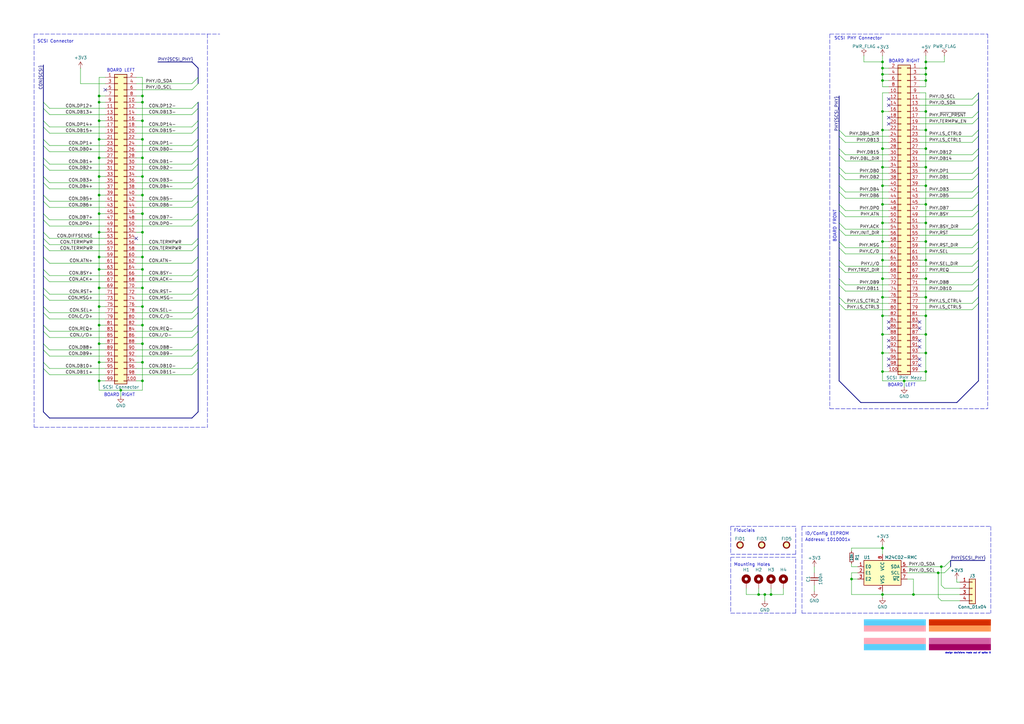
<source format=kicad_sch>
(kicad_sch (version 20250114) (generator "eeschema") (generator_version "9.0")
  (paper "A3")
  (title_block (title "Squishy - SE PHY - Root") (date "2024-06-14") (rev "1") (company "Shrine Maiden Heavy Industries") (comment 1 "License:  CERN-OHL-S") (comment 2 "© 2024 Aki 'lethalbit' Van Ness, et. al.") (comment 4 "Squishy - SCSI Multitool"))
  (bus_alias "SCSI" (members "DB0+" "DB0-" "DB1+" "DB1-" "DB2+" "DB2-" "DB3+" "DB3-" "DB4+" "DB4-" "DB5+" "DB5-" "DB6+" "DB6-" "DB7+" "DB7-" "DB8+" "DB8-" "DB9+" "DB9-" "DB10+" "DB10-" "DB11+" "DB11-" "DB12+" "DB12-" "DB13+" "DB13-" "DB14+" "DB14-" "DB15+" "DB15-" "DP0+" "DP0-" "DP1+" "DP1-" "ATN+" "ATN-" "BSY+" "BSY-" "ACK+" "ACK-" "RST+" "RST-" "MSG+" "MSG-" "SEL+" "SEL-" "C/D+" "C/D-" "REQ+" "REQ-" "I/O+" "I/O-" "DIFFSENSE" "TERMPWR"))
  (bus_alias "SCSI_PHY" (members "DB[0..15]" "DP[0..1]" "ATN" "BSY" "ACK" "RST" "MSG" "SEL" "C/D" "REQ" "I/O" "ID_SDA" "ID_SCL" "~{PHY_PRSNT}" "TERMPW_EN" "LS_CTRL[0..5]" "DBL_DIR" "DBH_DIR" "INIT_DIR" "TRGT_DIR" "SEL_DIR" "RST_DIR" "BSY_DIR"))
  (text "BOARD FRONT" (at 342.392 92.71 90) (effects (font (size 1.27 1.27))))
  (text "Address: 1010001x" (at 330.2 221.488 0) (effects (font (size 1.27 1.27)) (justify left)))
  (text "Mounting Holes\n" (at 300.99 232.41 0) (effects (font (size 1.27 1.27)) (justify left bottom)))
  (text "BOARD LEFT" (at 369.824 157.988 0) (effects (font (size 1.27 1.27))))
  (text "BOARD RIGHT" (at 49.022 162.052 0) (effects (font (size 1.27 1.27))))
  (text "Fiducials" (at 300.99 218.44 0) (effects (font (size 1.27 1.27)) (justify left bottom)))
  (text "SCSI PHY Connector" (at 342.138 16.51 0) (effects (font (size 1.27 1.27)) (justify left bottom)))
  (text "BOARD LEFT" (at 49.53 28.956 0) (effects (font (size 1.27 1.27))))
  (text "ID/Config EEPROM" (at 330.2 219.71 0) (effects (font (size 1.27 1.27)) (justify left bottom)))
  (text "SCSI Connector" (at 15.24 17.78 0) (effects (font (size 1.27 1.27)) (justify left bottom)))
  (text "design decisions made out of spite: 0" (at 387.604 268.224 0) (effects (font (size 0.635 0.635)) (justify left bottom)))
  (text "BOARD RIGHT" (at 370.84 25.146 0) (effects (font (size 1.27 1.27))))
  (junction (at 379.73 144.78))
  (junction (at 361.95 114.3))
  (junction (at 361.95 99.06))
  (junction (at 40.64 87.63))
  (junction (at 40.64 41.91))
  (junction (at 349.25 237.49))
  (junction (at 379.73 106.68))
  (junction (at 379.73 99.06))
  (junction (at 384.81 234.95))
  (junction (at 40.64 133.35))
  (junction (at 361.95 144.78))
  (junction (at 58.42 80.01))
  (junction (at 379.73 25.4))
  (junction (at 361.95 106.68))
  (junction (at 361.95 121.92))
  (junction (at 361.95 152.4))
  (junction (at 361.95 30.48))
  (junction (at 379.73 30.48))
  (junction (at 379.73 45.72))
  (junction (at 379.73 27.94))
  (junction (at 361.95 224.79))
  (junction (at 361.95 68.58))
  (junction (at 361.95 53.34))
  (junction (at 58.42 64.77))
  (junction (at 379.73 33.02))
  (junction (at 58.42 118.11))
  (junction (at 361.95 137.16))
  (junction (at 361.95 27.94))
  (junction (at 40.64 110.49))
  (junction (at 40.64 148.59))
  (junction (at 379.73 152.4))
  (junction (at 58.42 41.91))
  (junction (at 58.42 133.35))
  (junction (at 40.64 95.25))
  (junction (at 379.73 137.16))
  (junction (at 361.95 76.2))
  (junction (at 379.73 114.3))
  (junction (at 370.84 156.21))
  (junction (at 361.95 83.82))
  (junction (at 379.73 76.2))
  (junction (at 313.69 243.84))
  (junction (at 58.42 125.73))
  (junction (at 40.64 64.77))
  (junction (at 58.42 87.63))
  (junction (at 40.64 39.37))
  (junction (at 379.73 129.54))
  (junction (at 361.95 33.02))
  (junction (at 311.15 243.84))
  (junction (at 379.73 91.44))
  (junction (at 361.95 60.96))
  (junction (at 40.64 156.21))
  (junction (at 58.42 140.97))
  (junction (at 58.42 49.53))
  (junction (at 361.95 25.4))
  (junction (at 361.95 91.44))
  (junction (at 379.73 83.82))
  (junction (at 374.65 243.84))
  (junction (at 58.42 72.39))
  (junction (at 40.64 140.97))
  (junction (at 40.64 72.39))
  (junction (at 361.95 45.72))
  (junction (at 379.73 53.34))
  (junction (at 58.42 39.37))
  (junction (at 58.42 110.49))
  (junction (at 40.64 118.11))
  (junction (at 386.08 232.41))
  (junction (at 316.23 243.84))
  (junction (at 40.64 57.15))
  (junction (at 58.42 105.41))
  (junction (at 361.95 243.84))
  (junction (at 58.42 57.15))
  (junction (at 58.42 148.59))
  (junction (at 49.53 160.02))
  (junction (at 40.64 80.01))
  (junction (at 361.95 129.54))
  (junction (at 40.64 125.73))
  (junction (at 379.73 60.96))
  (junction (at 58.42 156.21))
  (junction (at 379.73 68.58))
  (junction (at 58.42 95.25))
  (junction (at 40.64 49.53))
  (junction (at 40.64 105.41))
  (junction (at 379.73 121.92))
  (no_connect (at 377.19 134.62))
  (no_connect (at 364.49 139.7))
  (no_connect (at 55.88 97.79))
  (no_connect (at 364.49 147.32))
  (no_connect (at 364.49 134.62))
  (no_connect (at 377.19 147.32))
  (no_connect (at 364.49 40.64))
  (no_connect (at 364.49 132.08))
  (no_connect (at 377.19 139.7))
  (no_connect (at 364.49 149.86))
  (no_connect (at 364.49 142.24))
  (no_connect (at 377.19 142.24))
  (no_connect (at 377.19 149.86))
  (no_connect (at 364.49 48.26))
  (no_connect (at 377.19 132.08))
  (no_connect (at 364.49 50.8))
  (no_connect (at 364.49 43.18))
  (no_connect (at 43.18 36.83))
  (bus_entry (at 401.32 76.2) (size -2.54 2.54))
  (bus_entry (at 401.32 45.72) (size -2.54 2.54))
  (bus_entry (at 17.78 44.45) (size 2.54 2.54))
  (bus_entry (at 81.28 82.55) (size -2.54 2.54))
  (bus_entry (at 401.32 53.34) (size -2.54 2.54))
  (bus_entry (at 401.32 60.96) (size -2.54 2.54))
  (bus_entry (at 17.78 135.89) (size 2.54 2.54))
  (bus_entry (at 81.28 80.01) (size -2.54 2.54))
  (bus_entry (at 17.78 74.93) (size 2.54 2.54))
  (bus_entry (at 81.28 100.33) (size -2.54 2.54))
  (bus_entry (at 81.28 64.77) (size -2.54 2.54))
  (bus_entry (at 81.28 135.89) (size -2.54 2.54))
  (bus_entry (at 17.78 95.25) (size 2.54 2.54))
  (bus_entry (at 401.32 116.84) (size -2.54 2.54))
  (bus_entry (at 389.89 232.41) (size -2.54 2.54))
  (bus_entry (at 344.17 71.12) (size 2.54 2.54))
  (bus_entry (at 81.28 97.79) (size -2.54 2.54))
  (bus_entry (at 344.17 86.36) (size 2.54 2.54))
  (bus_entry (at 81.28 128.27) (size -2.54 2.54))
  (bus_entry (at 81.28 118.11) (size -2.54 2.54))
  (bus_entry (at 344.17 93.98) (size 2.54 2.54))
  (bus_entry (at 17.78 125.73) (size 2.54 2.54))
  (bus_entry (at 81.28 110.49) (size -2.54 2.54))
  (bus_entry (at 401.32 40.64) (size -2.54 2.54))
  (bus_entry (at 344.17 101.6) (size 2.54 2.54))
  (bus_entry (at 81.28 143.51) (size -2.54 2.54))
  (bus_entry (at 344.17 124.46) (size 2.54 2.54))
  (bus_entry (at 344.17 63.5) (size 2.54 2.54))
  (bus_entry (at 17.78 140.97) (size 2.54 2.54))
  (bus_entry (at 17.78 49.53) (size 2.54 2.54))
  (bus_entry (at 344.17 109.22) (size 2.54 2.54))
  (bus_entry (at 81.28 125.73) (size -2.54 2.54))
  (bus_entry (at 401.32 91.44) (size -2.54 2.54))
  (bus_entry (at 17.78 118.11) (size 2.54 2.54))
  (bus_entry (at 17.78 64.77) (size 2.54 2.54))
  (bus_entry (at 81.28 52.07) (size -2.54 2.54))
  (bus_entry (at 81.28 74.93) (size -2.54 2.54))
  (bus_entry (at 401.32 106.68) (size -2.54 2.54))
  (bus_entry (at 401.32 99.06) (size -2.54 2.54))
  (bus_entry (at 81.28 90.17) (size -2.54 2.54))
  (bus_entry (at 401.32 124.46) (size -2.54 2.54))
  (bus_entry (at 17.78 87.63) (size 2.54 2.54))
  (bus_entry (at 81.28 87.63) (size -2.54 2.54))
  (bus_entry (at 17.78 82.55) (size 2.54 2.54))
  (bus_entry (at 401.32 78.74) (size -2.54 2.54))
  (bus_entry (at 401.32 38.1) (size -2.54 2.54))
  (bus_entry (at 17.78 148.59) (size 2.54 2.54))
  (bus_entry (at 17.78 57.15) (size 2.54 2.54))
  (bus_entry (at 17.78 59.69) (size 2.54 2.54))
  (bus_entry (at 344.17 55.88) (size 2.54 2.54))
  (bus_entry (at 81.28 44.45) (size -2.54 2.54))
  (bus_entry (at 344.17 116.84) (size 2.54 2.54))
  (bus_entry (at 344.17 91.44) (size 2.54 2.54))
  (bus_entry (at 389.89 229.87) (size -2.54 2.54))
  (bus_entry (at 17.78 90.17) (size 2.54 2.54))
  (bus_entry (at 401.32 83.82) (size -2.54 2.54))
  (bus_entry (at 401.32 109.22) (size -2.54 2.54))
  (bus_entry (at 81.28 59.69) (size -2.54 2.54))
  (bus_entry (at 344.17 78.74) (size 2.54 2.54))
  (bus_entry (at 17.78 113.03) (size 2.54 2.54))
  (bus_entry (at 17.78 105.41) (size 2.54 2.54))
  (bus_entry (at 81.28 113.03) (size -2.54 2.54))
  (bus_entry (at 17.78 52.07) (size 2.54 2.54))
  (bus_entry (at 17.78 110.49) (size 2.54 2.54))
  (bus_entry (at 17.78 72.39) (size 2.54 2.54))
  (bus_entry (at 81.28 120.65) (size -2.54 2.54))
  (bus_entry (at 81.28 34.29) (size -2.54 2.54))
  (bus_entry (at 81.28 57.15) (size -2.54 2.54))
  (bus_entry (at 17.78 80.01) (size 2.54 2.54))
  (bus_entry (at 344.17 121.92) (size 2.54 2.54))
  (bus_entry (at 17.78 41.91) (size 2.54 2.54))
  (bus_entry (at 81.28 41.91) (size -2.54 2.54))
  (bus_entry (at 344.17 114.3) (size 2.54 2.54))
  (bus_entry (at 17.78 151.13) (size 2.54 2.54))
  (bus_entry (at 344.17 60.96) (size 2.54 2.54))
  (bus_entry (at 401.32 63.5) (size -2.54 2.54))
  (bus_entry (at 401.32 86.36) (size -2.54 2.54))
  (bus_entry (at 81.28 31.75) (size -2.54 2.54))
  (bus_entry (at 81.28 151.13) (size -2.54 2.54))
  (bus_entry (at 81.28 72.39) (size -2.54 2.54))
  (bus_entry (at 81.28 148.59) (size -2.54 2.54))
  (bus_entry (at 17.78 97.79) (size 2.54 2.54))
  (bus_entry (at 401.32 101.6) (size -2.54 2.54))
  (bus_entry (at 17.78 100.33) (size 2.54 2.54))
  (bus_entry (at 81.28 49.53) (size -2.54 2.54))
  (bus_entry (at 401.32 93.98) (size -2.54 2.54))
  (bus_entry (at 344.17 76.2) (size 2.54 2.54))
  (bus_entry (at 401.32 121.92) (size -2.54 2.54))
  (bus_entry (at 344.17 99.06) (size 2.54 2.54))
  (bus_entry (at 17.78 120.65) (size 2.54 2.54))
  (bus_entry (at 17.78 67.31) (size 2.54 2.54))
  (bus_entry (at 17.78 128.27) (size 2.54 2.54))
  (bus_entry (at 17.78 133.35) (size 2.54 2.54))
  (bus_entry (at 401.32 114.3) (size -2.54 2.54))
  (bus_entry (at 81.28 105.41) (size -2.54 2.54))
  (bus_entry (at 344.17 106.68) (size 2.54 2.54))
  (bus_entry (at 344.17 83.82) (size 2.54 2.54))
  (bus_entry (at 81.28 67.31) (size -2.54 2.54))
  (bus_entry (at 81.28 140.97) (size -2.54 2.54))
  (bus_entry (at 401.32 48.26) (size -2.54 2.54))
  (bus_entry (at 17.78 143.51) (size 2.54 2.54))
  (bus_entry (at 344.17 68.58) (size 2.54 2.54))
  (bus_entry (at 401.32 68.58) (size -2.54 2.54))
  (bus_entry (at 401.32 71.12) (size -2.54 2.54))
  (bus_entry (at 344.17 53.34) (size 2.54 2.54))
  (bus_entry (at 81.28 133.35) (size -2.54 2.54))
  (bus_entry (at 401.32 55.88) (size -2.54 2.54))
  (wire (pts (xy 377.19 43.18) (xy 398.78 43.18)))
  (wire (pts (xy 361.95 156.21) (xy 370.84 156.21)))
  (wire (pts (xy 20.32 92.71) (xy 43.18 92.71)))
  (wire (pts (xy 20.32 67.31) (xy 43.18 67.31)))
  (wire (pts (xy 346.71 71.12) (xy 364.49 71.12)))
  (wire (pts (xy 361.95 99.06) (xy 364.49 99.06)))
  (wire (pts (xy 20.32 146.05) (xy 43.18 146.05)))
  (wire (pts (xy 55.88 156.21) (xy 58.42 156.21)))
  (bus (pts (xy 401.32 60.96) (xy 401.32 63.5)))
  (wire (pts (xy 20.32 97.79) (xy 43.18 97.79)))
  (wire (pts (xy 377.19 109.22) (xy 398.78 109.22)))
  (wire (pts (xy 55.88 31.75) (xy 58.42 31.75)))
  (wire (pts (xy 379.73 106.68) (xy 379.73 114.3)))
  (wire (pts (xy 78.74 115.57) (xy 55.88 115.57)))
  (wire (pts (xy 377.19 129.54) (xy 379.73 129.54)))
  (bus (pts (xy 344.17 101.6) (xy 344.17 106.68)))
  (wire (pts (xy 346.71 58.42) (xy 364.49 58.42)))
  (wire (pts (xy 78.74 102.87) (xy 55.88 102.87)))
  (wire (pts (xy 377.19 114.3) (xy 379.73 114.3)))
  (wire (pts (xy 55.88 57.15) (xy 58.42 57.15)))
  (bus (pts (xy 81.28 120.65) (xy 81.28 125.73)))
  (wire (pts (xy 377.19 81.28) (xy 398.78 81.28)))
  (wire (pts (xy 20.32 123.19) (xy 43.18 123.19)))
  (wire (pts (xy 58.42 87.63) (xy 58.42 95.25)))
  (bus (pts (xy 81.28 82.55) (xy 81.28 87.63)))
  (wire (pts (xy 78.74 74.93) (xy 55.88 74.93)))
  (polyline (pts (xy 299.72 228.6) (xy 299.72 251.46)) (stroke (width 0) (type dash)))
  (bus (pts (xy 17.78 95.25) (xy 17.78 97.79)))
  (wire (pts (xy 349.25 231.14) (xy 349.25 232.41)))
  (wire (pts (xy 379.73 99.06) (xy 379.73 106.68)))
  (bus (pts (xy 81.28 97.79) (xy 81.28 100.33)))
  (wire (pts (xy 361.95 68.58) (xy 364.49 68.58)))
  (bus (pts (xy 401.32 121.92) (xy 401.32 124.46)))
  (wire (pts (xy 361.95 152.4) (xy 364.49 152.4)))
  (wire (pts (xy 20.32 62.23) (xy 43.18 62.23)))
  (bus (pts (xy 401.32 109.22) (xy 401.32 114.3)))
  (wire (pts (xy 377.19 78.74) (xy 398.78 78.74)))
  (bus (pts (xy 344.17 91.44) (xy 344.17 93.98)))
  (bus (pts (xy 401.32 86.36) (xy 401.32 91.44)))
  (wire (pts (xy 374.65 237.49) (xy 374.65 243.84)))
  (wire (pts (xy 379.73 30.48) (xy 379.73 33.02)))
  (wire (pts (xy 377.19 76.2) (xy 379.73 76.2)))
  (wire (pts (xy 55.88 110.49) (xy 58.42 110.49)))
  (bus (pts (xy 401.32 68.58) (xy 401.32 71.12)))
  (bus (pts (xy 344.17 68.58) (xy 344.17 71.12)))
  (wire (pts (xy 49.53 160.02) (xy 49.53 162.56)))
  (wire (pts (xy 55.88 41.91) (xy 58.42 41.91)))
  (wire (pts (xy 78.74 113.03) (xy 55.88 113.03)))
  (wire (pts (xy 377.19 116.84) (xy 398.78 116.84)))
  (wire (pts (xy 78.74 153.67) (xy 55.88 153.67)))
  (wire (pts (xy 78.74 62.23) (xy 55.88 62.23)))
  (wire (pts (xy 386.08 246.38) (xy 384.81 245.11)))
  (bus (pts (xy 344.17 116.84) (xy 344.17 121.92)))
  (wire (pts (xy 346.71 96.52) (xy 364.49 96.52)))
  (wire (pts (xy 361.95 27.94) (xy 361.95 30.48)))
  (wire (pts (xy 43.18 57.15) (xy 40.64 57.15)))
  (wire (pts (xy 361.95 121.92) (xy 361.95 129.54)))
  (bus (pts (xy 81.28 100.33) (xy 81.28 105.41)))
  (bus (pts (xy 20.32 171.45) (xy 78.74 171.45)))
  (wire (pts (xy 377.19 101.6) (xy 398.78 101.6)))
  (wire (pts (xy 361.95 27.94) (xy 361.95 25.4)))
  (bus (pts (xy 17.78 133.35) (xy 17.78 135.89)))
  (wire (pts (xy 361.95 60.96) (xy 361.95 68.58)))
  (bus (pts (xy 81.28 118.11) (xy 81.28 120.65)))
  (wire (pts (xy 40.64 64.77) (xy 40.64 72.39)))
  (wire (pts (xy 379.73 114.3) (xy 379.73 121.92)))
  (wire (pts (xy 377.19 96.52) (xy 398.78 96.52)))
  (wire (pts (xy 20.32 69.85) (xy 43.18 69.85)))
  (wire (pts (xy 58.42 41.91) (xy 58.42 49.53)))
  (wire (pts (xy 364.49 33.02) (xy 361.95 33.02)))
  (wire (pts (xy 78.74 67.31) (xy 55.88 67.31)))
  (bus (pts (xy 17.78 120.65) (xy 17.78 125.73)))
  (wire (pts (xy 379.73 25.4) (xy 379.73 22.86)))
  (bus (pts (xy 81.28 128.27) (xy 81.28 133.35)))
  (wire (pts (xy 40.64 49.53) (xy 40.64 57.15)))
  (bus (pts (xy 81.28 64.77) (xy 81.28 67.31)))
  (bus (pts (xy 401.32 40.64) (xy 401.32 45.72)))
  (wire (pts (xy 40.64 160.02) (xy 49.53 160.02)))
  (wire (pts (xy 20.32 77.47) (xy 43.18 77.47)))
  (wire (pts (xy 40.64 72.39) (xy 40.64 80.01)))
  (bus (pts (xy 81.28 59.69) (xy 81.28 64.77)))
  (wire (pts (xy 379.73 144.78) (xy 379.73 152.4)))
  (wire (pts (xy 364.49 30.48) (xy 361.95 30.48)))
  (bus (pts (xy 81.28 49.53) (xy 81.28 52.07)))
  (wire (pts (xy 377.19 99.06) (xy 379.73 99.06)))
  (bus (pts (xy 344.17 83.82) (xy 344.17 86.36)))
  (wire (pts (xy 58.42 80.01) (xy 58.42 87.63)))
  (bus (pts (xy 401.32 93.98) (xy 401.32 99.06)))
  (wire (pts (xy 43.18 95.25) (xy 40.64 95.25)))
  (wire (pts (xy 377.19 124.46) (xy 398.78 124.46)))
  (bus (pts (xy 401.32 71.12) (xy 401.32 76.2)))
  (bus (pts (xy 17.78 105.41) (xy 17.78 110.49)))
  (bus (pts (xy 81.28 27.94) (xy 81.28 31.75)))
  (bus (pts (xy 344.17 106.68) (xy 344.17 109.22)))
  (wire (pts (xy 349.25 237.49) (xy 349.25 243.84)))
  (wire (pts (xy 78.74 77.47) (xy 55.88 77.47)))
  (wire (pts (xy 78.74 85.09) (xy 55.88 85.09)))
  (wire (pts (xy 40.64 41.91) (xy 40.64 49.53)))
  (bus (pts (xy 17.78 118.11) (xy 17.78 120.65)))
  (wire (pts (xy 377.19 91.44) (xy 379.73 91.44)))
  (wire (pts (xy 384.81 234.95) (xy 387.35 234.95)))
  (bus (pts (xy 401.32 63.5) (xy 401.32 68.58)))
  (wire (pts (xy 377.19 53.34) (xy 379.73 53.34)))
  (wire (pts (xy 78.74 90.17) (xy 55.88 90.17)))
  (bus (pts (xy 17.78 110.49) (xy 17.78 113.03)))
  (wire (pts (xy 313.69 243.84) (xy 316.23 243.84)))
  (wire (pts (xy 55.88 87.63) (xy 58.42 87.63)))
  (wire (pts (xy 55.88 125.73) (xy 58.42 125.73)))
  (polyline (pts (xy 340.36 13.97) (xy 340.36 167.64)) (stroke (width 0) (type dash)))
  (wire (pts (xy 361.95 38.1) (xy 361.95 45.72)))
  (wire (pts (xy 346.71 55.88) (xy 364.49 55.88)))
  (bus (pts (xy 81.28 31.75) (xy 81.28 34.29)))
  (wire (pts (xy 377.19 38.1) (xy 379.73 38.1)))
  (wire (pts (xy 316.23 241.3) (xy 316.23 243.84)))
  (wire (pts (xy 377.19 35.56) (xy 379.73 35.56)))
  (wire (pts (xy 349.25 232.41) (xy 351.79 232.41)))
  (bus (pts (xy 344.17 55.88) (xy 344.17 60.96)))
  (wire (pts (xy 55.88 72.39) (xy 58.42 72.39)))
  (wire (pts (xy 377.19 45.72) (xy 379.73 45.72)))
  (bus (pts (xy 389.89 229.87) (xy 403.86 229.87)))
  (wire (pts (xy 58.42 49.53) (xy 58.42 57.15)))
  (wire (pts (xy 364.49 27.94) (xy 361.95 27.94)))
  (wire (pts (xy 43.18 64.77) (xy 40.64 64.77)))
  (bus (pts (xy 17.78 135.89) (xy 17.78 140.97)))
  (bus (pts (xy 344.17 78.74) (xy 344.17 83.82)))
  (wire (pts (xy 78.74 120.65) (xy 55.88 120.65)))
  (wire (pts (xy 58.42 95.25) (xy 58.42 105.41)))
  (polyline (pts (xy 13.97 13.97) (xy 13.97 175.26)) (stroke (width 0) (type dash)))
  (wire (pts (xy 43.18 110.49) (xy 40.64 110.49)))
  (wire (pts (xy 78.74 128.27) (xy 55.88 128.27)))
  (bus (pts (xy 401.32 48.26) (xy 401.32 53.34)))
  (bus (pts (xy 81.28 80.01) (xy 81.28 82.55)))
  (wire (pts (xy 58.42 156.21) (xy 58.42 160.02)))
  (polyline (pts (xy 85.09 13.97) (xy 85.09 175.26)) (stroke (width 0) (type dash)))
  (bus (pts (xy 344.17 99.06) (xy 344.17 101.6)))
  (bus (pts (xy 17.78 49.53) (xy 17.78 52.07)))
  (wire (pts (xy 55.88 118.11) (xy 58.42 118.11)))
  (wire (pts (xy 78.74 46.99) (xy 55.88 46.99)))
  (wire (pts (xy 377.19 88.9) (xy 398.78 88.9)))
  (wire (pts (xy 40.64 110.49) (xy 40.64 118.11)))
  (wire (pts (xy 361.95 83.82) (xy 361.95 91.44)))
  (wire (pts (xy 20.32 128.27) (xy 43.18 128.27)))
  (wire (pts (xy 55.88 36.83) (xy 78.74 36.83)))
  (wire (pts (xy 361.95 25.4) (xy 361.95 22.86)))
  (wire (pts (xy 20.32 113.03) (xy 43.18 113.03)))
  (wire (pts (xy 55.88 105.41) (xy 58.42 105.41)))
  (wire (pts (xy 55.88 39.37) (xy 58.42 39.37)))
  (bus (pts (xy 344.17 114.3) (xy 344.17 116.84)))
  (bus (pts (xy 401.32 116.84) (xy 401.32 121.92)))
  (wire (pts (xy 398.78 50.8) (xy 377.19 50.8)))
  (wire (pts (xy 40.64 133.35) (xy 40.64 140.97)))
  (wire (pts (xy 55.88 80.01) (xy 58.42 80.01)))
  (wire (pts (xy 20.32 85.09) (xy 43.18 85.09)))
  (wire (pts (xy 58.42 140.97) (xy 58.42 148.59)))
  (wire (pts (xy 43.18 72.39) (xy 40.64 72.39)))
  (wire (pts (xy 377.19 48.26) (xy 398.78 48.26)))
  (wire (pts (xy 40.64 31.75) (xy 40.64 39.37)))
  (wire (pts (xy 346.71 104.14) (xy 364.49 104.14)))
  (bus (pts (xy 81.28 67.31) (xy 81.28 72.39)))
  (bus (pts (xy 401.32 55.88) (xy 401.32 60.96)))
  (polyline (pts (xy 326.39 251.46) (xy 326.39 228.6)) (stroke (width 0) (type dash)))
  (wire (pts (xy 361.95 33.02) (xy 361.95 35.56)))
  (bus (pts (xy 401.32 99.06) (xy 401.32 101.6)))
  (wire (pts (xy 33.02 34.29) (xy 43.18 34.29)))
  (wire (pts (xy 379.73 27.94) (xy 379.73 30.48)))
  (wire (pts (xy 361.95 114.3) (xy 361.95 121.92)))
  (wire (pts (xy 361.95 91.44) (xy 361.95 99.06)))
  (wire (pts (xy 43.18 125.73) (xy 40.64 125.73)))
  (polyline (pts (xy 326.39 227.33) (xy 326.39 215.9)) (stroke (width 0) (type dash)))
  (bus (pts (xy 344.17 121.92) (xy 344.17 124.46)))
  (wire (pts (xy 386.08 232.41) (xy 387.35 232.41)))
  (wire (pts (xy 364.49 38.1) (xy 361.95 38.1)))
  (wire (pts (xy 346.71 81.28) (xy 364.49 81.28)))
  (wire (pts (xy 361.95 91.44) (xy 364.49 91.44)))
  (bus (pts (xy 401.32 156.21) (xy 392.43 165.1)))
  (wire (pts (xy 361.95 106.68) (xy 364.49 106.68)))
  (wire (pts (xy 55.88 133.35) (xy 58.42 133.35)))
  (bus (pts (xy 17.78 140.97) (xy 17.78 143.51)))
  (bus (pts (xy 17.78 148.59) (xy 17.78 151.13)))
  (bus (pts (xy 81.28 135.89) (xy 81.28 140.97)))
  (wire (pts (xy 354.33 22.86) (xy 354.33 25.4)))
  (wire (pts (xy 20.32 120.65) (xy 43.18 120.65)))
  (wire (pts (xy 361.95 68.58) (xy 361.95 76.2)))
  (bus (pts (xy 401.32 114.3) (xy 401.32 116.84)))
  (wire (pts (xy 393.7 246.38) (xy 386.08 246.38)))
  (wire (pts (xy 346.71 93.98) (xy 364.49 93.98)))
  (wire (pts (xy 55.88 148.59) (xy 58.42 148.59)))
  (wire (pts (xy 334.01 240.03) (xy 334.01 242.57)))
  (polyline (pts (xy 328.93 251.46) (xy 406.4 251.46)) (stroke (width 0) (type dash)))
  (polyline (pts (xy 13.97 175.26) (xy 85.09 175.26)) (stroke (width 0) (type dash)))
  (wire (pts (xy 346.71 101.6) (xy 364.49 101.6)))
  (bus (pts (xy 17.78 168.91) (xy 20.32 171.45)))
  (wire (pts (xy 354.33 25.4) (xy 361.95 25.4)))
  (wire (pts (xy 377.19 55.88) (xy 398.78 55.88)))
  (polyline (pts (xy 299.72 251.46) (xy 326.39 251.46)) (stroke (width 0) (type dash)))
  (wire (pts (xy 386.08 232.41) (xy 386.08 240.03)))
  (wire (pts (xy 346.71 119.38) (xy 364.49 119.38)))
  (wire (pts (xy 377.19 137.16) (xy 379.73 137.16)))
  (wire (pts (xy 387.35 241.3) (xy 386.08 240.03)))
  (polyline (pts (xy 13.97 13.97) (xy 90.17 13.97)) (stroke (width 0) (type dash)))
  (wire (pts (xy 20.32 153.67) (xy 43.18 153.67)))
  (wire (pts (xy 361.95 53.34) (xy 361.95 60.96)))
  (wire (pts (xy 346.71 63.5) (xy 364.49 63.5)))
  (wire (pts (xy 361.95 76.2) (xy 364.49 76.2)))
  (bus (pts (xy 17.78 64.77) (xy 17.78 67.31)))
  (wire (pts (xy 364.49 124.46) (xy 346.71 124.46)))
  (polyline (pts (xy 328.93 215.9) (xy 406.4 215.9)) (stroke (width 0) (type dash)))
  (wire (pts (xy 43.18 80.01) (xy 40.64 80.01)))
  (wire (pts (xy 20.32 135.89) (xy 43.18 135.89)))
  (wire (pts (xy 349.25 243.84) (xy 361.95 243.84)))
  (wire (pts (xy 78.74 138.43) (xy 55.88 138.43)))
  (bus (pts (xy 17.78 100.33) (xy 17.78 105.41)))
  (bus (pts (xy 17.78 72.39) (xy 17.78 74.93)))
  (wire (pts (xy 387.35 22.86) (xy 387.35 25.4)))
  (wire (pts (xy 370.84 156.21) (xy 379.73 156.21)))
  (wire (pts (xy 20.32 100.33) (xy 43.18 100.33)))
  (polyline (pts (xy 326.39 215.9) (xy 299.72 215.9)) (stroke (width 0) (type dash)))
  (bus (pts (xy 81.28 72.39) (xy 81.28 74.93)))
  (bus (pts (xy 17.78 82.55) (xy 17.78 87.63)))
  (wire (pts (xy 364.49 127) (xy 346.71 127)))
  (bus (pts (xy 17.78 44.45) (xy 17.78 49.53)))
  (bus (pts (xy 17.78 90.17) (xy 17.78 95.25)))
  (wire (pts (xy 377.19 73.66) (xy 398.78 73.66)))
  (bus (pts (xy 17.78 52.07) (xy 17.78 57.15)))
  (bus (pts (xy 389.89 232.41) (xy 389.89 229.87)))
  (wire (pts (xy 364.49 137.16) (xy 361.95 137.16)))
  (bus (pts (xy 81.28 87.63) (xy 81.28 90.17)))
  (wire (pts (xy 55.88 34.29) (xy 78.74 34.29)))
  (bus (pts (xy 17.78 97.79) (xy 17.78 100.33)))
  (wire (pts (xy 40.64 80.01) (xy 40.64 87.63)))
  (bus (pts (xy 81.28 41.91) (xy 81.28 44.45)))
  (bus (pts (xy 17.78 87.63) (xy 17.78 90.17)))
  (wire (pts (xy 392.43 237.49) (xy 392.43 238.76)))
  (bus (pts (xy 78.74 171.45) (xy 81.28 168.91)))
  (bus (pts (xy 81.28 57.15) (xy 81.28 59.69)))
  (bus (pts (xy 344.17 109.22) (xy 344.17 114.3)))
  (wire (pts (xy 377.19 104.14) (xy 398.78 104.14)))
  (bus (pts (xy 17.78 113.03) (xy 17.78 118.11)))
  (wire (pts (xy 393.7 241.3) (xy 387.35 241.3)))
  (wire (pts (xy 78.74 92.71) (xy 55.88 92.71)))
  (wire (pts (xy 377.19 30.48) (xy 379.73 30.48)))
  (wire (pts (xy 58.42 57.15) (xy 58.42 64.77)))
  (bus (pts (xy 344.17 86.36) (xy 344.17 91.44)))
  (wire (pts (xy 374.65 243.84) (xy 393.7 243.84)))
  (wire (pts (xy 346.71 116.84) (xy 364.49 116.84)))
  (wire (pts (xy 55.88 140.97) (xy 58.42 140.97)))
  (bus (pts (xy 401.32 53.34) (xy 401.32 55.88)))
  (bus (pts (xy 78.74 25.4) (xy 81.28 27.94)))
  (wire (pts (xy 58.42 31.75) (xy 58.42 39.37)))
  (bus (pts (xy 81.28 90.17) (xy 81.28 97.79)))
  (bus (pts (xy 344.17 60.96) (xy 344.17 63.5)))
  (bus (pts (xy 353.06 165.1) (xy 392.43 165.1)))
  (wire (pts (xy 20.32 138.43) (xy 43.18 138.43)))
  (wire (pts (xy 377.19 68.58) (xy 379.73 68.58)))
  (wire (pts (xy 20.32 82.55) (xy 43.18 82.55)))
  (wire (pts (xy 384.81 234.95) (xy 384.81 245.11)))
  (wire (pts (xy 58.42 118.11) (xy 58.42 125.73)))
  (wire (pts (xy 40.64 118.11) (xy 40.64 125.73)))
  (wire (pts (xy 377.19 121.92) (xy 379.73 121.92)))
  (wire (pts (xy 40.64 156.21) (xy 40.64 160.02)))
  (wire (pts (xy 361.95 242.57) (xy 361.95 243.84)))
  (wire (pts (xy 20.32 115.57) (xy 43.18 115.57)))
  (wire (pts (xy 55.88 95.25) (xy 58.42 95.25)))
  (polyline (pts (xy 299.72 227.33) (xy 326.39 227.33)) (stroke (width 0) (type dash)))
  (bus (pts (xy 17.78 41.91) (xy 17.78 44.45)))
  (wire (pts (xy 361.95 76.2) (xy 361.95 83.82)))
  (wire (pts (xy 364.49 144.78) (xy 361.95 144.78)))
  (wire (pts (xy 311.15 241.3) (xy 311.15 243.84)))
  (wire (pts (xy 78.74 59.69) (xy 55.88 59.69)))
  (wire (pts (xy 78.74 146.05) (xy 55.88 146.05)))
  (wire (pts (xy 306.07 241.3) (xy 306.07 243.84)))
  (wire (pts (xy 78.74 130.81) (xy 55.88 130.81)))
  (wire (pts (xy 78.74 151.13) (xy 55.88 151.13)))
  (bus (pts (xy 81.28 125.73) (xy 81.28 128.27)))
  (wire (pts (xy 311.15 243.84) (xy 313.69 243.84)))
  (wire (pts (xy 40.64 148.59) (xy 40.64 156.21)))
  (wire (pts (xy 321.31 241.3) (xy 321.31 243.84)))
  (wire (pts (xy 361.95 137.16) (xy 361.95 144.78)))
  (wire (pts (xy 346.71 66.04) (xy 364.49 66.04)))
  (wire (pts (xy 58.42 148.59) (xy 58.42 156.21)))
  (wire (pts (xy 361.95 83.82) (xy 364.49 83.82)))
  (bus (pts (xy 344.17 63.5) (xy 344.17 68.58)))
  (wire (pts (xy 379.73 129.54) (xy 379.73 137.16)))
  (wire (pts (xy 349.25 224.79) (xy 349.25 226.06)))
  (wire (pts (xy 43.18 87.63) (xy 40.64 87.63)))
  (wire (pts (xy 379.73 137.16) (xy 379.73 144.78)))
  (wire (pts (xy 377.19 40.64) (xy 398.78 40.64)))
  (wire (pts (xy 361.95 223.52) (xy 361.95 224.79)))
  (wire (pts (xy 40.64 140.97) (xy 40.64 148.59)))
  (wire (pts (xy 361.95 60.96) (xy 364.49 60.96)))
  (wire (pts (xy 78.74 69.85) (xy 55.88 69.85)))
  (wire (pts (xy 377.19 111.76) (xy 398.78 111.76)))
  (wire (pts (xy 20.32 54.61) (xy 43.18 54.61)))
  (wire (pts (xy 364.49 129.54) (xy 361.95 129.54)))
  (wire (pts (xy 346.71 73.66) (xy 364.49 73.66)))
  (bus (pts (xy 81.28 110.49) (xy 81.28 113.03)))
  (bus (pts (xy 344.17 71.12) (xy 344.17 76.2)))
  (bus (pts (xy 344.17 156.21) (xy 353.06 165.1)))
  (wire (pts (xy 377.19 63.5) (xy 398.78 63.5)))
  (wire (pts (xy 58.42 39.37) (xy 58.42 41.91)))
  (wire (pts (xy 372.11 234.95) (xy 384.81 234.95)))
  (wire (pts (xy 78.74 123.19) (xy 55.88 123.19)))
  (bus (pts (xy 401.32 45.72) (xy 401.32 48.26)))
  (wire (pts (xy 349.25 234.95) (xy 349.25 237.49)))
  (bus (pts (xy 81.28 151.13) (xy 81.28 168.91)))
  (wire (pts (xy 370.84 156.21) (xy 370.84 158.75)))
  (wire (pts (xy 346.71 78.74) (xy 364.49 78.74)))
  (wire (pts (xy 20.32 90.17) (xy 43.18 90.17)))
  (wire (pts (xy 20.32 74.93) (xy 43.18 74.93)))
  (bus (pts (xy 344.17 39.37) (xy 344.17 53.34)))
  (wire (pts (xy 379.73 121.92) (xy 379.73 129.54)))
  (wire (pts (xy 43.18 31.75) (xy 40.64 31.75)))
  (wire (pts (xy 379.73 53.34) (xy 379.73 60.96)))
  (wire (pts (xy 377.19 106.68) (xy 379.73 106.68)))
  (wire (pts (xy 377.19 33.02) (xy 379.73 33.02)))
  (wire (pts (xy 58.42 72.39) (xy 58.42 80.01)))
  (wire (pts (xy 40.64 105.41) (xy 43.18 105.41)))
  (wire (pts (xy 78.74 143.51) (xy 55.88 143.51)))
  (wire (pts (xy 313.69 243.84) (xy 313.69 246.38)))
  (wire (pts (xy 40.64 125.73) (xy 40.64 133.35)))
  (wire (pts (xy 40.64 156.21) (xy 43.18 156.21)))
  (bus (pts (xy 17.78 125.73) (xy 17.78 128.27)))
  (wire (pts (xy 306.07 243.84) (xy 311.15 243.84)))
  (bus (pts (xy 81.28 44.45) (xy 81.28 49.53)))
  (wire (pts (xy 349.25 234.95) (xy 351.79 234.95)))
  (wire (pts (xy 346.71 88.9) (xy 364.49 88.9)))
  (bus (pts (xy 17.78 57.15) (xy 17.78 59.69)))
  (bus (pts (xy 344.17 53.34) (xy 344.17 55.88)))
  (polyline (pts (xy 340.36 13.97) (xy 405.13 13.97)) (stroke (width 0) (type dash)))
  (wire (pts (xy 346.71 109.22) (xy 364.49 109.22)))
  (wire (pts (xy 43.18 118.11) (xy 40.64 118.11)))
  (bus (pts (xy 344.17 76.2) (xy 344.17 78.74)))
  (wire (pts (xy 346.71 86.36) (xy 364.49 86.36)))
  (wire (pts (xy 379.73 27.94) (xy 379.73 25.4)))
  (bus (pts (xy 81.28 133.35) (xy 81.28 135.89)))
  (wire (pts (xy 78.74 44.45) (xy 55.88 44.45)))
  (wire (pts (xy 20.32 102.87) (xy 43.18 102.87)))
  (wire (pts (xy 377.19 93.98) (xy 398.78 93.98)))
  (wire (pts (xy 349.25 237.49) (xy 351.79 237.49)))
  (wire (pts (xy 78.74 100.33) (xy 55.88 100.33)))
  (wire (pts (xy 364.49 45.72) (xy 361.95 45.72)))
  (bus (pts (xy 17.78 26.67) (xy 17.78 41.91)))
  (wire (pts (xy 377.19 66.04) (xy 398.78 66.04)))
  (wire (pts (xy 379.73 68.58) (xy 379.73 76.2)))
  (bus (pts (xy 344.17 124.46) (xy 344.17 156.21)))
  (bus (pts (xy 401.32 91.44) (xy 401.32 93.98)))
  (wire (pts (xy 364.49 53.34) (xy 361.95 53.34)))
  (wire (pts (xy 379.73 60.96) (xy 379.73 68.58)))
  (wire (pts (xy 20.32 46.99) (xy 43.18 46.99)))
  (wire (pts (xy 43.18 41.91) (xy 40.64 41.91)))
  (bus (pts (xy 401.32 106.68) (xy 401.32 109.22)))
  (wire (pts (xy 379.73 83.82) (xy 379.73 91.44)))
  (bus (pts (xy 17.78 67.31) (xy 17.78 72.39)))
  (wire (pts (xy 377.19 27.94) (xy 379.73 27.94)))
  (wire (pts (xy 20.32 143.51) (xy 43.18 143.51)))
  (wire (pts (xy 361.95 243.84) (xy 374.65 243.84)))
  (wire (pts (xy 58.42 133.35) (xy 58.42 140.97)))
  (wire (pts (xy 361.95 243.84) (xy 361.95 245.11)))
  (wire (pts (xy 40.64 148.59) (xy 43.18 148.59)))
  (wire (pts (xy 377.19 86.36) (xy 398.78 86.36)))
  (bus (pts (xy 17.78 74.93) (xy 17.78 80.01)))
  (wire (pts (xy 379.73 76.2) (xy 379.73 83.82)))
  (bus (pts (xy 81.28 148.59) (xy 81.28 151.13)))
  (wire (pts (xy 377.19 60.96) (xy 379.73 60.96)))
  (bus (pts (xy 17.78 151.13) (xy 17.78 168.91)))
  (wire (pts (xy 349.25 224.79) (xy 361.95 224.79)))
  (bus (pts (xy 81.28 52.07) (xy 81.28 57.15)))
  (wire (pts (xy 40.64 105.41) (xy 40.64 110.49)))
  (polyline (pts (xy 328.93 215.9) (xy 328.93 251.46)) (stroke (width 0) (type dash)))
  (bus (pts (xy 401.32 124.46) (xy 401.32 156.21)))
  (wire (pts (xy 377.19 127) (xy 398.78 127)))
  (wire (pts (xy 377.19 71.12) (xy 398.78 71.12)))
  (wire (pts (xy 20.32 44.45) (xy 43.18 44.45)))
  (wire (pts (xy 40.64 39.37) (xy 40.64 41.91)))
  (wire (pts (xy 58.42 110.49) (xy 58.42 118.11)))
  (wire (pts (xy 377.19 58.42) (xy 398.78 58.42)))
  (wire (pts (xy 346.71 111.76) (xy 364.49 111.76)))
  (bus (pts (xy 17.78 80.01) (xy 17.78 82.55)))
  (wire (pts (xy 361.95 45.72) (xy 361.95 53.34)))
  (wire (pts (xy 361.95 152.4) (xy 361.95 156.21)))
  (polyline (pts (xy 406.4 215.9) (xy 406.4 251.46)) (stroke (width 0) (type dash)))
  (wire (pts (xy 364.49 121.92) (xy 361.95 121.92)))
  (wire (pts (xy 58.42 64.77) (xy 58.42 72.39)))
  (bus (pts (xy 401.32 76.2) (xy 401.32 78.74)))
  (wire (pts (xy 55.88 49.53) (xy 58.42 49.53)))
  (wire (pts (xy 40.64 95.25) (xy 40.64 105.41)))
  (wire (pts (xy 372.11 232.41) (xy 386.08 232.41)))
  (wire (pts (xy 43.18 49.53) (xy 40.64 49.53)))
  (wire (pts (xy 379.73 25.4) (xy 387.35 25.4)))
  (wire (pts (xy 361.95 144.78) (xy 361.95 152.4)))
  (wire (pts (xy 40.64 39.37) (xy 43.18 39.37)))
  (bus (pts (xy 401.32 101.6) (xy 401.32 106.68)))
  (wire (pts (xy 78.74 107.95) (xy 55.88 107.95)))
  (wire (pts (xy 316.23 243.84) (xy 321.31 243.84)))
  (polyline (pts (xy 405.13 13.97) (xy 405.13 167.64)) (stroke (width 0) (type dash)))
  (wire (pts (xy 78.74 54.61) (xy 55.88 54.61)))
  (wire (pts (xy 379.73 152.4) (xy 379.73 156.21)))
  (wire (pts (xy 361.95 99.06) (xy 361.95 106.68)))
  (bus (pts (xy 344.17 93.98) (xy 344.17 99.06)))
  (wire (pts (xy 361.95 114.3) (xy 364.49 114.3)))
  (bus (pts (xy 81.28 74.93) (xy 81.28 80.01)))
  (wire (pts (xy 20.32 59.69) (xy 43.18 59.69)))
  (bus (pts (xy 81.28 140.97) (xy 81.28 143.51)))
  (bus (pts (xy 81.28 143.51) (xy 81.28 148.59)))
  (wire (pts (xy 43.18 133.35) (xy 40.64 133.35)))
  (wire (pts (xy 20.32 107.95) (xy 43.18 107.95)))
  (wire (pts (xy 20.32 52.07) (xy 43.18 52.07)))
  (wire (pts (xy 379.73 33.02) (xy 379.73 35.56)))
  (wire (pts (xy 20.32 151.13) (xy 43.18 151.13)))
  (bus (pts (xy 401.32 83.82) (xy 401.32 86.36)))
  (bus (pts (xy 64.77 25.4) (xy 78.74 25.4)))
  (wire (pts (xy 40.64 87.63) (xy 40.64 95.25)))
  (wire (pts (xy 379.73 38.1) (xy 379.73 45.72)))
  (wire (pts (xy 372.11 237.49) (xy 374.65 237.49)))
  (wire (pts (xy 78.74 82.55) (xy 55.88 82.55)))
  (wire (pts (xy 361.95 106.68) (xy 361.95 114.3)))
  (wire (pts (xy 20.32 130.81) (xy 43.18 130.81)))
  (wire (pts (xy 43.18 140.97) (xy 40.64 140.97)))
  (polyline (pts (xy 299.72 215.9) (xy 299.72 227.33)) (stroke (width 0) (type dash)))
  (wire (pts (xy 364.49 35.56) (xy 361.95 35.56)))
  (polyline (pts (xy 340.36 167.64) (xy 405.13 167.64)) (stroke (width 0) (type dash)))
  (wire (pts (xy 379.73 91.44) (xy 379.73 99.06)))
  (bus (pts (xy 17.78 143.51) (xy 17.78 148.59)))
  (wire (pts (xy 377.19 144.78) (xy 379.73 144.78)))
  (wire (pts (xy 33.02 27.94) (xy 33.02 34.29)))
  (wire (pts (xy 40.64 57.15) (xy 40.64 64.77)))
  (wire (pts (xy 334.01 234.95) (xy 334.01 232.41)))
  (wire (pts (xy 78.74 135.89) (xy 55.88 135.89)))
  (wire (pts (xy 361.95 129.54) (xy 361.95 137.16)))
  (wire (pts (xy 377.19 119.38) (xy 398.78 119.38)))
  (bus (pts (xy 401.32 38.1) (xy 401.32 40.64)))
  (bus (pts (xy 81.28 113.03) (xy 81.28 118.11)))
  (wire (pts (xy 361.95 30.48) (xy 361.95 33.02)))
  (wire (pts (xy 58.42 125.73) (xy 58.42 133.35)))
  (wire (pts (xy 49.53 160.02) (xy 58.42 160.02)))
  (bus (pts (xy 17.78 128.27) (xy 17.78 133.35)))
  (wire (pts (xy 377.19 83.82) (xy 379.73 83.82)))
  (wire (pts (xy 379.73 45.72) (xy 379.73 53.34)))
  (wire (pts (xy 377.19 152.4) (xy 379.73 152.4)))
  (wire (pts (xy 55.88 64.77) (xy 58.42 64.77)))
  (wire (pts (xy 392.43 238.76) (xy 393.7 238.76)))
  (wire (pts (xy 361.95 224.79) (xy 361.95 227.33)))
  (wire (pts (xy 78.74 52.07) (xy 55.88 52.07)))
  (polyline (pts (xy 326.39 228.6) (xy 299.72 228.6)) (stroke (width 0) (type dash)))
  (bus (pts (xy 401.32 78.74) (xy 401.32 83.82)))
  (bus (pts (xy 81.28 105.41) (xy 81.28 110.49)))
  (wire (pts (xy 58.42 105.41) (xy 58.42 110.49)))
  (bus (pts (xy 17.78 59.69) (xy 17.78 64.77)))
  (label "CON.DP1-" (at 60.96 59.69 0))
  (label "CON.DB9-" (at 60.96 146.05 0))
  (label "CON.DB13-" (at 60.96 46.99 0))
  (label "CON.DB0+" (at 38.1 62.23 180))
  (label "PHY.MSG" (at 360.68 101.6 180))
  (label "CON.DB11-" (at 60.96 153.67 0))
  (label "PHY.BSY_DIR" (at 381 93.98 0))
  (label "CON.DIFFSENSE" (at 38.1 97.79 180))
  (label "CON.DB15+" (at 38.1 54.61 180))
  (label "CON.DB11+" (at 38.1 153.67 180))
  (label "CON.SEL-" (at 60.96 128.27 0))
  (label "PHY.INIT_DIR" (at 360.68 96.52 180))
  (label "PHY.DB4" (at 360.68 78.74 180))
  (label "CON.DB10-" (at 60.96 151.13 0))
  (label "CON.I{slash}O-" (at 60.96 138.43 0))
  (label "CON.DB3-" (at 60.96 74.93 0))
  (label "CON.REQ+" (at 38.1 135.89 180))
  (label "CON.ATN+" (at 38.1 107.95 180))
  (label "PHY{SCSI_PHY}" (at 64.77 25.4 0))
  (label "CON.BSY-" (at 60.96 113.03 0))
  (label "PHY.I{slash}O" (at 360.68 109.22 180))
  (label "CON.BSY+" (at 38.1 113.03 180))
  (label "PHY.RST_DIR" (at 381 101.6 0))
  (label "CON.ACK-" (at 60.96 115.57 0))
  (label "PHY.DB11" (at 360.68 119.38 180))
  (label "PHY.DP0" (at 360.68 86.36 180))
  (label "CON.DP14-" (at 60.96 52.07 0))
  (label "CON.DB4-" (at 60.96 77.47 0))
  (label "CON.REQ-" (at 60.96 135.89 0))
  (label "CON.DB10+" (at 38.1 151.13 180))
  (label "CON.ATN-" (at 60.96 107.95 0))
  (label "PHY{SCSI_PHY}" (at 389.89 229.87 0))
  (label "CON.DB2-" (at 60.96 69.85 0))
  (label "CON.DP0-" (at 60.96 92.71 0))
  (label "CON.MSG-" (at 60.96 123.19 0))
  (label "CON.DP12+" (at 38.1 44.45 180))
  (label "PHY.DB8" (at 381 116.84 0))
  (label "CON.DB5+" (at 38.1 82.55 180))
  (label "PHY.DB1" (at 381 73.66 0))
  (label "CON.DB15-" (at 60.96 54.61 0))
  (label "CON.DB8-" (at 60.96 143.51 0))
  (label "PHY.ID_SDA" (at 59.69 34.29 0))
  (label "CON.DB13+" (at 38.1 46.99 180))
  (label "CON.RST-" (at 60.96 120.65 0))
  (label "PHY.DBH_DIR" (at 360.68 55.88 180))
  (label "PHY.LS_CTRL2" (at 360.68 124.46 180))
  (label "PHY{SCSI_PHY}" (at 344.17 39.37 270))
  (label "PHY.SEL_DIR" (at 381 109.22 0))
  (label "CON.DB3+" (at 38.1 74.93 180))
  (label "PHY.DB7" (at 381 86.36 0))
  (label "CON.DB4+" (at 38.1 77.47 180))
  (label "CON.MSG+" (at 38.1 123.19 180))
  (label "CON.DP12-" (at 60.96 44.45 0))
  (label "CON.DP1+" (at 38.1 59.69 180))
  (label "PHY.DB15" (at 360.68 63.5 180))
  (label "CON.ACK+" (at 38.1 115.57 180))
  (label "CON.DB8+" (at 38.1 143.51 180))
  (label "PHY.BSY" (at 381 88.9 0))
  (label "PHY.DP1" (at 381 71.12 0))
  (label "PHY.C{slash}D" (at 360.68 104.14 180))
  (label "PHY.LS_CTRL5" (at 381 127 0))
  (label "PHY.DB14" (at 381 66.04 0))
  (label "CON.C{slash}D+" (at 38.1 130.81 180))
  (label "PHY.DB13" (at 360.68 58.42 180))
  (label "PHY.LS_CTRL0" (at 381 55.88 0))
  (label "PHY.TRGT_DIR" (at 360.68 111.76 180))
  (label "PHY.RST" (at 381 96.52 0))
  (label "CON.TERMPWR" (at 38.1 100.33 180))
  (label "CON.C{slash}D-" (at 60.96 130.81 0))
  (label "CON.DB6-" (at 60.96 85.09 0))
  (label "PHY.DB2" (at 360.68 73.66 180))
  (label "PHY.ID_SCL" (at 59.69 36.83 0))
  (label "PHY.~{PHY_PRSNT}" (at 381 48.26 0))
  (label "CON.DB5-" (at 60.96 82.55 0))
  (label "CON.DP0+" (at 38.1 92.71 180))
  (label "CON{SCSI}" (at 17.78 26.67 270))
  (label "CON.DB0-" (at 60.96 62.23 0))
  (label "CON.TERMPWR" (at 60.96 102.87 0))
  (label "PHY.REQ" (at 381 111.76 0))
  (label "CON.DP14+" (at 38.1 52.07 180))
  (label "CON.I{slash}O+" (at 38.1 138.43 180))
  (label "CON.DB7+" (at 38.1 90.17 180))
  (label "PHY.DB12" (at 381 63.5 0))
  (label "CON.DB2+" (at 38.1 69.85 180))
  (label "PHY.DB9" (at 360.68 116.84 180))
  (label "PHY.ID_SCL" (at 381 40.64 0))
  (label "PHY.LS_CTRL1" (at 381 58.42 0))
  (label "PHY.ATN" (at 360.68 88.9 180))
  (label "PHY.DBL_DIR" (at 360.68 66.04 180))
  (label "CON.DB1-" (at 60.96 67.31 0))
  (label "PHY.TERMPW_EN" (at 381 50.8 0))
  (label "CON.TERMPWR" (at 38.1 102.87 180))
  (label "PHY.DB6" (at 360.68 81.28 180))
  (label "CON.RST+" (at 38.1 120.65 180))
  (label "PHY.SEL" (at 381 104.14 0))
  (label "CON.DB1+" (at 38.1 67.31 180))
  (label "PHY.ACK" (at 360.68 93.98 180))
  (label "PHY.LS_CTRL4" (at 381 124.46 0))
  (label "PHY.DB10" (at 381 119.38 0))
  (label "CON.DB7-" (at 60.96 90.17 0))
  (label "PHY.DB3" (at 381 78.74 0))
  (label "PHY.ID_SCL" (at 383.54 234.95 180))
  (label "CON.DB9+" (at 38.1 146.05 180))
  (label "PHY.ID_SDA" (at 381 43.18 0))
  (label "PHY.DB0" (at 360.68 71.12 180))
  (label "PHY.LS_CTRL3" (at 360.68 127 180))
  (label "CON.DB6+" (at 38.1 85.09 180))
  (label "PHY.ID_SDA" (at 383.54 232.41 180))
  (label "CON.TERMPWR" (at 60.96 100.33 0))
  (label "PHY.DB5" (at 381 81.28 0))
  (label "CON.SEL+" (at 38.1 128.27 180))
  (symbol (lib_id "power:GND") (at 49.53 162.56 0) (mirror y) (unit 1)
    (property "Reference" "#PWR02" (effects (hide yes)))
    (property "Value" "GND" (at 49.53 166.37 0))
    (property "Description" "Power symbol creates a global label with name \"GND\" , ground" (effects (hide yes)))
  )
  (symbol (lib_id "Device:C_Small") (at 334.01 237.49 180) (unit 1)
    (property "Reference" "C1" (at 331.47 237.49 90))
    (property "Value" "100n" (at 336.55 237.49 90))
    (property "Footprint" "rhais_rcl:C0603" (effects (hide yes)))
    (property "Datasheet" "https://content.kemet.com/datasheets/KEM_C1006_X5R_SMD.pdf" (effects (hide yes)))
    (property "MFR" "KEMET" (effects (hide yes)))
    (property "MPN" "C0603C104M5RACTU" (effects (hide yes)))
    (property "Tolerance" "±20% 50V" (effects (hide yes)))
    (property "SUPPLIER" "DigiKey" (effects (hide yes)))
    (property "SUPPLIER_OC" "399-C0603C104M5RAC7867DKR-ND" (effects (hide yes)))
    (property "SUPPLIER_URL" "https://www.digikey.com/short/8nqzrr4b" (effects (hide yes)))
  )
  (symbol (lib_id "power:PWR_FLAG") (at 387.35 22.86 0) (unit 1)
    (property "Reference" "#FLG02" (effects (hide yes)))
    (property "Value" "PWR_FLAG" (at 387.35 19.05 0))
    (property "Description" "Special symbol for telling ERC where power comes from" (effects (hide yes)))
  )
  (symbol (lib_id "lethalbit-graphics:lesbian flag") (at 393.7 260.35 0) (unit 1) (in_bom no) (on_board no)
    (property "Reference" "G2" (effects (hide yes)))
    (property "Value" "Pride Flag" (effects (hide yes)))
    (property "MFR" "Lesbian" (effects (hide yes)))
  )
  (symbol (lib_id "lethalbit-connectors:Conn_02x50_Odd_Even") (at 370.84 88.9 0) (mirror y) (unit 1)
    (property "Reference" "J1" (effects (hide yes)))
    (property "Value" "SCSI PHY Mezz" (at 370.84 154.94 0))
    (property "Footprint" "lethalbit-connectors:1014457-10x80xLF" (effects (hide yes)))
    (property "Datasheet" "https://mm.digikey.com/Volume0/opasdata/d220001/medias/docus/6243/609_10144517.pdf" (effects (hide yes)))
    (property "MFR" "Amphenol ICC (FCI)" (effects (hide yes)))
    (property "MPN" "10144517-102802LF" (effects (hide yes)))
    (property "SUPPLIER" "DigiKey" (effects (hide yes)))
    (property "SUPPLIER_OC" "609-5442-1-ND" (effects (hide yes)))
    (property "SUPPLIER_URL" "https://www.digikey.com/short/h831vwdf" (effects (hide yes)))
  )
  (symbol (lib_id "lethalbit-graphics:trans flag") (at 367.03 260.35 0) (unit 1) (in_bom no) (on_board no)
    (property "Reference" "G1" (effects (hide yes)))
    (property "Value" "Pride Flag" (effects (hide yes)))
    (property "MFR" "Trans" (effects (hide yes)))
  )
  (symbol (lib_id "power:+3V3") (at 361.95 22.86 0) (unit 1)
    (property "Reference" "#PWR05" (effects (hide yes)))
    (property "Value" "+3V3" (at 361.95 19.304 0))
    (property "Description" "Power symbol creates a global label with name \"+3V3\"" (effects (hide yes)))
  )
  (symbol (lib_id "Mechanical:Fiducial") (at 303.53 223.52 0) (unit 1) (in_bom no)
    (property "Reference" "FID1" (at 303.53 220.98 0))
    (property "Value" "Fiducial" (effects (hide yes)))
    (property "Footprint" "Fiducial:Fiducial_0.75mm_Mask1.5mm" (effects (hide yes)))
    (property "MFR" "N/A" (effects (hide yes)))
    (property "MPN" "N/A" (effects (hide yes)))
  )
  (symbol (lib_id "Mechanical:Fiducial") (at 312.42 223.52 0) (unit 1) (in_bom no)
    (property "Reference" "FID3" (at 312.42 220.98 0))
    (property "Value" "Fiducial" (effects (hide yes)))
    (property "Footprint" "Fiducial:Fiducial_0.75mm_Mask1.5mm" (effects (hide yes)))
    (property "MFR" "N/A" (effects (hide yes)))
    (property "MPN" "N/A" (effects (hide yes)))
  )
  (symbol (lib_id "Mechanical:MountingHole_Pad") (at 311.15 238.76 0) (unit 1) (in_bom no)
    (property "Reference" "H2" (at 311.15 233.68 0))
    (property "Value" "MountingHole" (effects (hide yes)))
    (property "Footprint" "MountingHole:MountingHole_3.2mm_M3_Pad" (effects (hide yes)))
    (property "MFR" "N/A" (effects (hide yes)))
    (property "MPN" "N/A" (effects (hide yes)))
  )
  (symbol (lib_id "power:+5V") (at 379.73 22.86 0) (unit 1)
    (property "Reference" "#PWR04" (effects (hide yes)))
    (property "Value" "+5V" (at 379.73 19.304 0))
    (property "Description" "Power symbol creates a global label with name \"+5V\"" (effects (hide yes)))
  )
  (symbol (lib_id "power:GND") (at 370.84 158.75 0) (mirror y) (unit 1)
    (property "Reference" "#PWR03" (effects (hide yes)))
    (property "Value" "GND" (at 370.84 162.56 0))
    (property "Description" "Power symbol creates a global label with name \"GND\" , ground" (effects (hide yes)))
  )
  (symbol (lib_id "Connector_Generic:Conn_01x04") (at 398.78 241.3 0) (unit 1)
    (property "Reference" "J3" (at 398.78 236.22 0))
    (property "Value" "Conn_01x04" (at 398.78 248.92 0))
    (property "Footprint" "pkl_connectors_wuerth:490107670412-d" (effects (hide yes)))
    (property "Description" "Generic connector, single row, 01x04, script generated (kicad-library-utils/schlib/autogen/connector/)" (effects (hide yes)))
  )
  (symbol (lib_id "power:GND") (at 361.95 245.11 0) (unit 1)
    (property "Reference" "#PWR07" (effects (hide yes)))
    (property "Value" "GND" (at 361.95 248.92 0))
    (property "Description" "Power symbol creates a global label with name \"GND\" , ground" (effects (hide yes)))
  )
  (symbol (lib_id "power:+3V3") (at 334.01 232.41 0) (unit 1)
    (property "Reference" "#PWR09" (effects (hide yes)))
    (property "Value" "+3V3" (at 334.01 228.854 0))
    (property "Description" "Power symbol creates a global label with name \"+3V3\"" (effects (hide yes)))
  )
  (symbol (lib_id "power:PWR_FLAG") (at 354.33 22.86 0) (unit 1)
    (property "Reference" "#FLG01" (effects (hide yes)))
    (property "Value" "PWR_FLAG" (at 354.33 19.05 0))
    (property "Description" "Special symbol for telling ERC where power comes from" (effects (hide yes)))
  )
  (symbol (lib_id "power:GND") (at 334.01 242.57 0) (unit 1)
    (property "Reference" "#PWR06" (effects (hide yes)))
    (property "Value" "GND" (at 334.01 246.38 0))
    (property "Description" "Power symbol creates a global label with name \"GND\" , ground" (effects (hide yes)))
  )
  (symbol (lib_id "Mechanical:Fiducial") (at 322.58 223.52 0) (unit 1) (in_bom no)
    (property "Reference" "FID5" (at 322.58 220.98 0))
    (property "Value" "Fiducial" (effects (hide yes)))
    (property "Footprint" "Fiducial:Fiducial_0.75mm_Mask1.5mm" (effects (hide yes)))
    (property "MFR" "N/A" (effects (hide yes)))
    (property "MPN" "N/A" (effects (hide yes)))
  )
  (symbol (lib_id "Mechanical:MountingHole_Pad") (at 316.23 238.76 0) (unit 1) (in_bom no)
    (property "Reference" "H3" (at 316.23 233.68 0))
    (property "Value" "MountingHole" (effects (hide yes)))
    (property "Footprint" "MountingHole:MountingHole_3.2mm_M3_Pad" (effects (hide yes)))
    (property "MFR" "N/A" (effects (hide yes)))
    (property "MPN" "N/A" (effects (hide yes)))
  )
  (symbol (lib_id "Mechanical:MountingHole_Pad") (at 321.31 238.76 0) (unit 1) (in_bom no)
    (property "Reference" "H4" (at 321.31 233.68 0))
    (property "Value" "MountingHole" (effects (hide yes)))
    (property "Footprint" "MountingHole:MountingHole_3.2mm_M3_Pad" (effects (hide yes)))
    (property "MFR" "N/A" (effects (hide yes)))
    (property "MPN" "N/A" (effects (hide yes)))
  )
  (symbol (lib_id "power:+3V3") (at 361.95 223.52 0) (unit 1)
    (property "Reference" "#PWR08" (effects (hide yes)))
    (property "Value" "+3V3" (at 361.95 219.964 0))
    (property "Description" "Power symbol creates a global label with name \"+3V3\"" (effects (hide yes)))
  )
  (symbol (lib_id "Mechanical:MountingHole_Pad") (at 306.07 238.76 0) (unit 1) (in_bom no)
    (property "Reference" "H1" (at 306.07 233.68 0))
    (property "Value" "MountingHole" (effects (hide yes)))
    (property "Footprint" "MountingHole:MountingHole_3.2mm_M3_Pad" (effects (hide yes)))
    (property "MFR" "N/A" (effects (hide yes)))
    (property "MPN" "N/A" (effects (hide yes)))
  )
  (symbol (lib_id "Device:R_Small") (at 349.25 228.6 0) (mirror x) (unit 1)
    (property "Reference" "R1" (at 352.298 228.6 90) (effects (justify bottom)))
    (property "Value" "10k" (at 349.25 228.6 90) (effects (font (size 1 1))))
    (property "Footprint" "rhais_rcl:R0603" (effects (hide yes)))
    (property "Datasheet" "https://www.vishay.com/docs/20035/dcrcwe3.pdf" (effects (hide yes)))
    (property "MFR" "Vishay Dale" (effects (hide yes)))
    (property "MPN" "CRCW060310K0FKEA" (effects (hide yes)))
    (property "Tolerance" "±1% 1/10W" (effects (hide yes)))
    (property "SUPPLIER" "DigiKey" (effects (hide yes)))
    (property "SUPPLIER_OC" "541-10.0KHDKR-ND" (effects (hide yes)))
    (property "SUPPLIER_URL" "https://www.digikey.com/short/478v2810" (effects (hide yes)))
  )
  (symbol (lib_id "power:+3V3") (at 33.02 27.94 0) (unit 1)
    (property "Reference" "#PWR010" (effects (hide yes)))
    (property "Value" "+3V3" (at 33.02 24.384 0) (effects (justify bottom)))
    (property "Description" "Power symbol creates a global label with name \"+3V3\"" (effects (hide yes)))
  )
  (symbol (lib_id "power:GND") (at 313.69 246.38 0) (unit 1)
    (property "Reference" "#PWR01" (effects (hide yes)))
    (property "Value" "GND" (at 313.69 250.19 0))
    (property "Description" "Power symbol creates a global label with name \"GND\" , ground" (effects (hide yes)))
  )
  (symbol (lib_id "lethalbit-memory:M24C02-RMC") (at 361.95 234.95 0) (unit 1)
    (property "Reference" "U1" (at 355.6 228.6 0))
    (property "Value" "M24C02-RMC" (at 369.57 228.6 0))
    (property "Footprint" "lethalbit-memory:ST_UFDFPN-8-1EP_2x3mm_P0.5mm_EP1.6x1.6mm" (effects (hide yes)))
    (property "Datasheet" "https://www.st.com/content/ccc/resource/technical/document/datasheet/b0/d8/50/40/5a/85/49/6f/DM00071904.pdf/files/DM00071904.pdf/jcr:content/translations/en.DM00071904.pdf" (effects (hide yes)))
    (property "Description" "2Kb (256x8) I2C Serial EEPROM, 1.8-5.5V,  UFDFPN8" (effects (hide yes)))
  )
  (symbol (lib_id "power:+3V3") (at 392.43 237.49 0) (unit 1)
    (property "Reference" "#PWR011" (effects (hide yes)))
    (property "Value" "+3V3" (at 392.43 233.934 0))
    (property "Description" "Power symbol creates a global label with name \"+3V3\"" (effects (hide yes)))
  )
  (symbol (lib_id "lethalbit-connectors:Conn_02x50_Odd_Even") (at 49.53 92.71 0) (unit 1)
    (property "Reference" "J2" (effects (hide yes)))
    (property "Value" "SCSI Connector" (at 49.53 158.75 0))
    (property "Footprint" "lethalbit-connectors:101445x-10x80xLF" (effects (hide yes)))
    (property "Datasheet" "https://cdn.amphenol-cs.com/media/wysiwyg/files/documentation/datasheet/boardwiretoboard/bwb_bergstik_lite_0_80mm.pdf" (effects (hide yes)))
    (property "MFR" "Amphenol ICC (FCI)" (effects (hide yes)))
    (property "MPN" "10144518-101802LF" (effects (hide yes)))
    (property "SUPPLIER" "DigiKey" (effects (hide yes)))
    (property "SUPPLIER_OC" "609-5457-1-ND" (effects (hide yes)))
    (property "SUPPLIER_URL" "https://www.digikey.com/short/rh8jztt0" (effects (hide yes)))
  )
)
</source>
